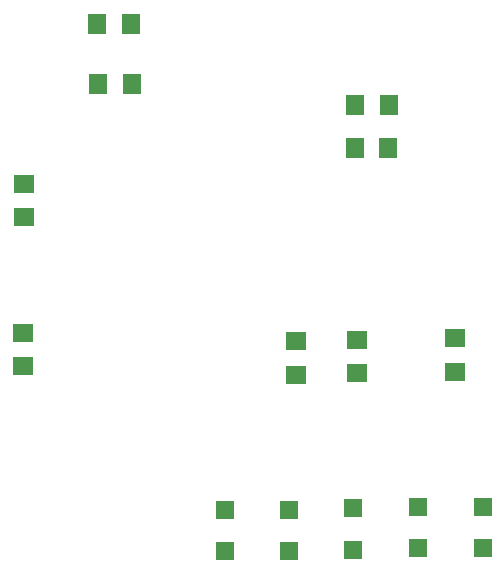
<source format=gbr>
G04 EAGLE Gerber RS-274X export*
G75*
%MOMM*%
%FSLAX34Y34*%
%LPD*%
%INSolderpaste Top*%
%IPPOS*%
%AMOC8*
5,1,8,0,0,1.08239X$1,22.5*%
G01*
%ADD10R,1.500000X1.500000*%
%ADD11R,1.803000X1.600000*%
%ADD12R,1.600000X1.803000*%


D10*
X609200Y78740D03*
X609200Y113740D03*
X445340Y75710D03*
X445340Y110710D03*
X499080Y77290D03*
X499080Y112290D03*
X391270Y76050D03*
X391270Y111050D03*
X554600Y78300D03*
X554600Y113300D03*
D11*
X221250Y386940D03*
X221250Y358500D03*
X451120Y225260D03*
X451120Y253700D03*
X502540Y226580D03*
X502540Y255020D03*
X585960Y256170D03*
X585960Y227730D03*
X219740Y260910D03*
X219740Y232470D03*
D12*
X529740Y453600D03*
X501300Y453600D03*
X529260Y417290D03*
X500820Y417290D03*
X311250Y522580D03*
X282810Y522580D03*
X312350Y471780D03*
X283910Y471780D03*
M02*

</source>
